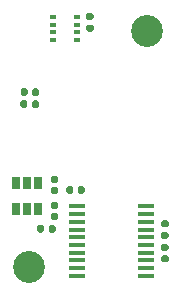
<source format=gts>
G04 #@! TF.GenerationSoftware,KiCad,Pcbnew,5.1.10-88a1d61d58~90~ubuntu20.04.1*
G04 #@! TF.CreationDate,2021-10-26T15:32:18+01:00*
G04 #@! TF.ProjectId,THP,5448502e-6b69-4636-9164-5f7063625858,rev?*
G04 #@! TF.SameCoordinates,Original*
G04 #@! TF.FileFunction,Soldermask,Top*
G04 #@! TF.FilePolarity,Negative*
%FSLAX46Y46*%
G04 Gerber Fmt 4.6, Leading zero omitted, Abs format (unit mm)*
G04 Created by KiCad (PCBNEW 5.1.10-88a1d61d58~90~ubuntu20.04.1) date 2021-10-26 15:32:18*
%MOMM*%
%LPD*%
G01*
G04 APERTURE LIST*
%ADD10R,0.650000X1.060000*%
%ADD11R,0.500000X0.350000*%
%ADD12C,2.700000*%
%ADD13R,1.450000X0.450000*%
G04 APERTURE END LIST*
D10*
X3240000Y-15400000D03*
X2290000Y-15400000D03*
X1340000Y-15400000D03*
X1340000Y-17600000D03*
X3240000Y-17600000D03*
X2290000Y-17600000D03*
G36*
G01*
X6220000Y-15807500D02*
X6220000Y-16152500D01*
G75*
G02*
X6072500Y-16300000I-147500J0D01*
G01*
X5777500Y-16300000D01*
G75*
G02*
X5630000Y-16152500I0J147500D01*
G01*
X5630000Y-15807500D01*
G75*
G02*
X5777500Y-15660000I147500J0D01*
G01*
X6072500Y-15660000D01*
G75*
G02*
X6220000Y-15807500I0J-147500D01*
G01*
G37*
G36*
G01*
X7190000Y-15807500D02*
X7190000Y-16152500D01*
G75*
G02*
X7042500Y-16300000I-147500J0D01*
G01*
X6747500Y-16300000D01*
G75*
G02*
X6600000Y-16152500I0J147500D01*
G01*
X6600000Y-15807500D01*
G75*
G02*
X6747500Y-15660000I147500J0D01*
G01*
X7042500Y-15660000D01*
G75*
G02*
X7190000Y-15807500I0J-147500D01*
G01*
G37*
G36*
G01*
X3760000Y-19077500D02*
X3760000Y-19422500D01*
G75*
G02*
X3612500Y-19570000I-147500J0D01*
G01*
X3317500Y-19570000D01*
G75*
G02*
X3170000Y-19422500I0J147500D01*
G01*
X3170000Y-19077500D01*
G75*
G02*
X3317500Y-18930000I147500J0D01*
G01*
X3612500Y-18930000D01*
G75*
G02*
X3760000Y-19077500I0J-147500D01*
G01*
G37*
G36*
G01*
X4730000Y-19077500D02*
X4730000Y-19422500D01*
G75*
G02*
X4582500Y-19570000I-147500J0D01*
G01*
X4287500Y-19570000D01*
G75*
G02*
X4140000Y-19422500I0J147500D01*
G01*
X4140000Y-19077500D01*
G75*
G02*
X4287500Y-18930000I147500J0D01*
G01*
X4582500Y-18930000D01*
G75*
G02*
X4730000Y-19077500I0J-147500D01*
G01*
G37*
G36*
G01*
X7792500Y-1588000D02*
X7447500Y-1588000D01*
G75*
G02*
X7300000Y-1440500I0J147500D01*
G01*
X7300000Y-1145500D01*
G75*
G02*
X7447500Y-998000I147500J0D01*
G01*
X7792500Y-998000D01*
G75*
G02*
X7940000Y-1145500I0J-147500D01*
G01*
X7940000Y-1440500D01*
G75*
G02*
X7792500Y-1588000I-147500J0D01*
G01*
G37*
G36*
G01*
X7792500Y-2558000D02*
X7447500Y-2558000D01*
G75*
G02*
X7300000Y-2410500I0J147500D01*
G01*
X7300000Y-2115500D01*
G75*
G02*
X7447500Y-1968000I147500J0D01*
G01*
X7792500Y-1968000D01*
G75*
G02*
X7940000Y-2115500I0J-147500D01*
G01*
X7940000Y-2410500D01*
G75*
G02*
X7792500Y-2558000I-147500J0D01*
G01*
G37*
D11*
X4475000Y-3275000D03*
X4475000Y-2625000D03*
X4475000Y-1975000D03*
X4475000Y-1325000D03*
X6524999Y-1325000D03*
X6524999Y-1975000D03*
X6524999Y-2625000D03*
X6524999Y-3275000D03*
D12*
X2500000Y-22500000D03*
X12500000Y-2500000D03*
G36*
G01*
X1755000Y-8882500D02*
X1755000Y-8537500D01*
G75*
G02*
X1902500Y-8390000I147500J0D01*
G01*
X2197500Y-8390000D01*
G75*
G02*
X2345000Y-8537500I0J-147500D01*
G01*
X2345000Y-8882500D01*
G75*
G02*
X2197500Y-9030000I-147500J0D01*
G01*
X1902500Y-9030000D01*
G75*
G02*
X1755000Y-8882500I0J147500D01*
G01*
G37*
G36*
G01*
X2725000Y-8882500D02*
X2725000Y-8537500D01*
G75*
G02*
X2872500Y-8390000I147500J0D01*
G01*
X3167500Y-8390000D01*
G75*
G02*
X3315000Y-8537500I0J-147500D01*
G01*
X3315000Y-8882500D01*
G75*
G02*
X3167500Y-9030000I-147500J0D01*
G01*
X2872500Y-9030000D01*
G75*
G02*
X2725000Y-8882500I0J147500D01*
G01*
G37*
G36*
G01*
X1765000Y-7852500D02*
X1765000Y-7507500D01*
G75*
G02*
X1912500Y-7360000I147500J0D01*
G01*
X2207500Y-7360000D01*
G75*
G02*
X2355000Y-7507500I0J-147500D01*
G01*
X2355000Y-7852500D01*
G75*
G02*
X2207500Y-8000000I-147500J0D01*
G01*
X1912500Y-8000000D01*
G75*
G02*
X1765000Y-7852500I0J147500D01*
G01*
G37*
G36*
G01*
X2735000Y-7852500D02*
X2735000Y-7507500D01*
G75*
G02*
X2882500Y-7360000I147500J0D01*
G01*
X3177500Y-7360000D01*
G75*
G02*
X3325000Y-7507500I0J-147500D01*
G01*
X3325000Y-7852500D01*
G75*
G02*
X3177500Y-8000000I-147500J0D01*
G01*
X2882500Y-8000000D01*
G75*
G02*
X2735000Y-7852500I0J147500D01*
G01*
G37*
G36*
G01*
X4822500Y-17560000D02*
X4477500Y-17560000D01*
G75*
G02*
X4330000Y-17412500I0J147500D01*
G01*
X4330000Y-17117500D01*
G75*
G02*
X4477500Y-16970000I147500J0D01*
G01*
X4822500Y-16970000D01*
G75*
G02*
X4970000Y-17117500I0J-147500D01*
G01*
X4970000Y-17412500D01*
G75*
G02*
X4822500Y-17560000I-147500J0D01*
G01*
G37*
G36*
G01*
X4822500Y-18530000D02*
X4477500Y-18530000D01*
G75*
G02*
X4330000Y-18382500I0J147500D01*
G01*
X4330000Y-18087500D01*
G75*
G02*
X4477500Y-17940000I147500J0D01*
G01*
X4822500Y-17940000D01*
G75*
G02*
X4970000Y-18087500I0J-147500D01*
G01*
X4970000Y-18382500D01*
G75*
G02*
X4822500Y-18530000I-147500J0D01*
G01*
G37*
G36*
G01*
X13797500Y-19517000D02*
X14142500Y-19517000D01*
G75*
G02*
X14290000Y-19664500I0J-147500D01*
G01*
X14290000Y-19959500D01*
G75*
G02*
X14142500Y-20107000I-147500J0D01*
G01*
X13797500Y-20107000D01*
G75*
G02*
X13650000Y-19959500I0J147500D01*
G01*
X13650000Y-19664500D01*
G75*
G02*
X13797500Y-19517000I147500J0D01*
G01*
G37*
G36*
G01*
X13797500Y-18547000D02*
X14142500Y-18547000D01*
G75*
G02*
X14290000Y-18694500I0J-147500D01*
G01*
X14290000Y-18989500D01*
G75*
G02*
X14142500Y-19137000I-147500J0D01*
G01*
X13797500Y-19137000D01*
G75*
G02*
X13650000Y-18989500I0J147500D01*
G01*
X13650000Y-18694500D01*
G75*
G02*
X13797500Y-18547000I147500J0D01*
G01*
G37*
D13*
X12410000Y-17365000D03*
X12410000Y-18015000D03*
X12410000Y-18665000D03*
X12410000Y-19315000D03*
X12410000Y-19965000D03*
X12410000Y-20615000D03*
X12410000Y-21265000D03*
X12410000Y-21915000D03*
X12410000Y-22565000D03*
X12410000Y-23215000D03*
X6510000Y-23215000D03*
X6510000Y-22565000D03*
X6510000Y-21915000D03*
X6510000Y-21265000D03*
X6510000Y-20615000D03*
X6510000Y-19965000D03*
X6510000Y-19315000D03*
X6510000Y-18665000D03*
X6510000Y-18015000D03*
X6510000Y-17365000D03*
G36*
G01*
X13797500Y-21503000D02*
X14142500Y-21503000D01*
G75*
G02*
X14290000Y-21650500I0J-147500D01*
G01*
X14290000Y-21945500D01*
G75*
G02*
X14142500Y-22093000I-147500J0D01*
G01*
X13797500Y-22093000D01*
G75*
G02*
X13650000Y-21945500I0J147500D01*
G01*
X13650000Y-21650500D01*
G75*
G02*
X13797500Y-21503000I147500J0D01*
G01*
G37*
G36*
G01*
X13797500Y-20533000D02*
X14142500Y-20533000D01*
G75*
G02*
X14290000Y-20680500I0J-147500D01*
G01*
X14290000Y-20975500D01*
G75*
G02*
X14142500Y-21123000I-147500J0D01*
G01*
X13797500Y-21123000D01*
G75*
G02*
X13650000Y-20975500I0J147500D01*
G01*
X13650000Y-20680500D01*
G75*
G02*
X13797500Y-20533000I147500J0D01*
G01*
G37*
G36*
G01*
X4802500Y-15360000D02*
X4457500Y-15360000D01*
G75*
G02*
X4310000Y-15212500I0J147500D01*
G01*
X4310000Y-14917500D01*
G75*
G02*
X4457500Y-14770000I147500J0D01*
G01*
X4802500Y-14770000D01*
G75*
G02*
X4950000Y-14917500I0J-147500D01*
G01*
X4950000Y-15212500D01*
G75*
G02*
X4802500Y-15360000I-147500J0D01*
G01*
G37*
G36*
G01*
X4802500Y-16330000D02*
X4457500Y-16330000D01*
G75*
G02*
X4310000Y-16182500I0J147500D01*
G01*
X4310000Y-15887500D01*
G75*
G02*
X4457500Y-15740000I147500J0D01*
G01*
X4802500Y-15740000D01*
G75*
G02*
X4950000Y-15887500I0J-147500D01*
G01*
X4950000Y-16182500D01*
G75*
G02*
X4802500Y-16330000I-147500J0D01*
G01*
G37*
M02*

</source>
